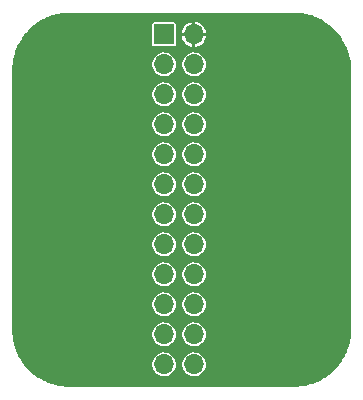
<source format=gbr>
%TF.GenerationSoftware,KiCad,Pcbnew,5.99.0-unknown-7565f60a0~106~ubuntu20.04.1*%
%TF.CreationDate,2020-12-13T15:13:57+00:00*%
%TF.ProjectId,24pin_flex_interposer,32347069-6e5f-4666-9c65-785f696e7465,rev?*%
%TF.SameCoordinates,Original*%
%TF.FileFunction,Copper,L2,Bot*%
%TF.FilePolarity,Positive*%
%FSLAX46Y46*%
G04 Gerber Fmt 4.6, Leading zero omitted, Abs format (unit mm)*
G04 Created by KiCad (PCBNEW 5.99.0-unknown-7565f60a0~106~ubuntu20.04.1) date 2020-12-13 15:13:57*
%MOMM*%
%LPD*%
G01*
G04 APERTURE LIST*
%TA.AperFunction,ComponentPad*%
%ADD10O,1.700000X1.700000*%
%TD*%
%TA.AperFunction,ComponentPad*%
%ADD11R,1.700000X1.700000*%
%TD*%
%TA.AperFunction,ViaPad*%
%ADD12C,0.600000*%
%TD*%
G04 APERTURE END LIST*
D10*
%TO.P,J2,24,Pin_24*%
%TO.N,/LCD24*%
X114540000Y-102940000D03*
%TO.P,J2,23,Pin_23*%
%TO.N,/LCD23*%
X112000000Y-102940000D03*
%TO.P,J2,22,Pin_22*%
%TO.N,/LCD22*%
X114540000Y-100400000D03*
%TO.P,J2,21,Pin_21*%
%TO.N,/LCD21*%
X112000000Y-100400000D03*
%TO.P,J2,20,Pin_20*%
%TO.N,/LCD20*%
X114540000Y-97860000D03*
%TO.P,J2,19,Pin_19*%
%TO.N,/LCD19*%
X112000000Y-97860000D03*
%TO.P,J2,18,Pin_18*%
%TO.N,/LCD18*%
X114540000Y-95320000D03*
%TO.P,J2,17,Pin_17*%
%TO.N,/LCD17*%
X112000000Y-95320000D03*
%TO.P,J2,16,Pin_16*%
%TO.N,/LCD16*%
X114540000Y-92780000D03*
%TO.P,J2,15,Pin_15*%
%TO.N,/LCD15*%
X112000000Y-92780000D03*
%TO.P,J2,14,Pin_14*%
%TO.N,/LCD14*%
X114540000Y-90240000D03*
%TO.P,J2,13,Pin_13*%
%TO.N,/LCD13*%
X112000000Y-90240000D03*
%TO.P,J2,12,Pin_12*%
%TO.N,/LCD12*%
X114540000Y-87700000D03*
%TO.P,J2,11,Pin_11*%
%TO.N,/LCD11*%
X112000000Y-87700000D03*
%TO.P,J2,10,Pin_10*%
%TO.N,/LCD10*%
X114540000Y-85160000D03*
%TO.P,J2,9,Pin_9*%
%TO.N,/LCD9*%
X112000000Y-85160000D03*
%TO.P,J2,8,Pin_8*%
%TO.N,/LCD8*%
X114540000Y-82620000D03*
%TO.P,J2,7,Pin_7*%
%TO.N,/LCD7*%
X112000000Y-82620000D03*
%TO.P,J2,6,Pin_6*%
%TO.N,/LCD6*%
X114540000Y-80080000D03*
%TO.P,J2,5,Pin_5*%
%TO.N,/LCD5*%
X112000000Y-80080000D03*
%TO.P,J2,4,Pin_4*%
%TO.N,/LCD4*%
X114540000Y-77540000D03*
%TO.P,J2,3,Pin_3*%
%TO.N,/LCD3*%
X112000000Y-77540000D03*
%TO.P,J2,2,Pin_2*%
%TO.N,/LCD2*%
X114540000Y-75000000D03*
D11*
%TO.P,J2,1,Pin_1*%
%TO.N,/LCD1*%
X112000000Y-75000000D03*
%TD*%
D12*
%TO.N,/LCD2*%
X123600010Y-82312522D03*
X117500000Y-75000000D03*
X110500000Y-75000000D03*
X121500000Y-83000000D03*
X104000000Y-82000000D03*
X104000000Y-96000000D03*
X123000000Y-96000000D03*
X126000000Y-103000000D03*
X101000000Y-103000000D03*
X101000000Y-75000000D03*
X126000000Y-75000000D03*
X110500000Y-77500000D03*
X106250000Y-82000000D03*
X106250000Y-83000000D03*
%TD*%
%TA.AperFunction,Conductor*%
%TO.N,/LCD2*%
G36*
X122972303Y-73152724D02*
G01*
X122974304Y-73153282D01*
X122975063Y-73153494D01*
X122975064Y-73153494D01*
X122979736Y-73154798D01*
X123144885Y-73156509D01*
X123147310Y-73156575D01*
X123258095Y-73161412D01*
X123261298Y-73161622D01*
X123582865Y-73189756D01*
X123586022Y-73190101D01*
X123674231Y-73201714D01*
X123678804Y-73202316D01*
X123681995Y-73202807D01*
X123999899Y-73258863D01*
X124003064Y-73259493D01*
X124067210Y-73273713D01*
X124094376Y-73279735D01*
X124097467Y-73280492D01*
X124359154Y-73350612D01*
X124409295Y-73364047D01*
X124412394Y-73364950D01*
X124425374Y-73369042D01*
X124501599Y-73393076D01*
X124504608Y-73394098D01*
X124781771Y-73494977D01*
X124808006Y-73504526D01*
X124811015Y-73505696D01*
X124897376Y-73541468D01*
X124900331Y-73542768D01*
X125192947Y-73679217D01*
X125195790Y-73680619D01*
X125278743Y-73723801D01*
X125278762Y-73723811D01*
X125281591Y-73725364D01*
X125561169Y-73886778D01*
X125563912Y-73888443D01*
X125642796Y-73938699D01*
X125645480Y-73940492D01*
X125760170Y-74020799D01*
X125909923Y-74125658D01*
X125912498Y-74127546D01*
X125986692Y-74184477D01*
X125989175Y-74186469D01*
X126128101Y-74303042D01*
X126236523Y-74394020D01*
X126238949Y-74396148D01*
X126307853Y-74459286D01*
X126310186Y-74461519D01*
X126538490Y-74689824D01*
X126540722Y-74692156D01*
X126603874Y-74761074D01*
X126605998Y-74763496D01*
X126813520Y-75010813D01*
X126815505Y-75013285D01*
X126847244Y-75054647D01*
X126872454Y-75087503D01*
X126874362Y-75090106D01*
X126971481Y-75228805D01*
X127059508Y-75354520D01*
X127059519Y-75354536D01*
X127061313Y-75357221D01*
X127111563Y-75436099D01*
X127113238Y-75438859D01*
X127222880Y-75628764D01*
X127274636Y-75718408D01*
X127274646Y-75718426D01*
X127276189Y-75721238D01*
X127319368Y-75804183D01*
X127319376Y-75804199D01*
X127320796Y-75807079D01*
X127349241Y-75868079D01*
X127457228Y-76099661D01*
X127458528Y-76102615D01*
X127494313Y-76189007D01*
X127495481Y-76192010D01*
X127605910Y-76495415D01*
X127606924Y-76498403D01*
X127635050Y-76587606D01*
X127635937Y-76590647D01*
X127706960Y-76855709D01*
X127719511Y-76902550D01*
X127720278Y-76905685D01*
X127740505Y-76996922D01*
X127741135Y-77000089D01*
X127797195Y-77318023D01*
X127797686Y-77321214D01*
X127809893Y-77413931D01*
X127810242Y-77417126D01*
X127829899Y-77641798D01*
X127838377Y-77738696D01*
X127838589Y-77741918D01*
X127843425Y-77852672D01*
X127843491Y-77855114D01*
X127845202Y-78020265D01*
X127846506Y-78024936D01*
X127846506Y-78024938D01*
X127847276Y-78027696D01*
X127850000Y-78047589D01*
X127850000Y-99952411D01*
X127847276Y-99972304D01*
X127845202Y-99979735D01*
X127843960Y-100099632D01*
X127843491Y-100144867D01*
X127843425Y-100147310D01*
X127838589Y-100258082D01*
X127838377Y-100261304D01*
X127810244Y-100582860D01*
X127809895Y-100586048D01*
X127804224Y-100629124D01*
X127797686Y-100678786D01*
X127797195Y-100681977D01*
X127741135Y-100999911D01*
X127740505Y-101003078D01*
X127720278Y-101094315D01*
X127719511Y-101097450D01*
X127717533Y-101104831D01*
X127635937Y-101409353D01*
X127635053Y-101412386D01*
X127606924Y-101501597D01*
X127605910Y-101504585D01*
X127495483Y-101807984D01*
X127494313Y-101810993D01*
X127458528Y-101897385D01*
X127457228Y-101900339D01*
X127426568Y-101966090D01*
X127344831Y-102141379D01*
X127320804Y-102192905D01*
X127319383Y-102195786D01*
X127312220Y-102209547D01*
X127276199Y-102278743D01*
X127274648Y-102281570D01*
X127273831Y-102282986D01*
X127113238Y-102561141D01*
X127111563Y-102563901D01*
X127061313Y-102642779D01*
X127059526Y-102645454D01*
X126997358Y-102734239D01*
X126874362Y-102909894D01*
X126872454Y-102912497D01*
X126852824Y-102938080D01*
X126815505Y-102986715D01*
X126813520Y-102989187D01*
X126675767Y-103153356D01*
X126606003Y-103236498D01*
X126603879Y-103238920D01*
X126564737Y-103281637D01*
X126540722Y-103307844D01*
X126538490Y-103310176D01*
X126310186Y-103538481D01*
X126307853Y-103540714D01*
X126238949Y-103603852D01*
X126236523Y-103605980D01*
X126156679Y-103672978D01*
X125989175Y-103813531D01*
X125986703Y-103815514D01*
X125912502Y-103872451D01*
X125909923Y-103874342D01*
X125810782Y-103943762D01*
X125645480Y-104059508D01*
X125642796Y-104061301D01*
X125563912Y-104111557D01*
X125561169Y-104113222D01*
X125281592Y-104274636D01*
X125278763Y-104276188D01*
X125195790Y-104319381D01*
X125192947Y-104320783D01*
X124935587Y-104440792D01*
X124900331Y-104457232D01*
X124897376Y-104458532D01*
X124811015Y-104494304D01*
X124808006Y-104495474D01*
X124504608Y-104605902D01*
X124501599Y-104606924D01*
X124425374Y-104630958D01*
X124412394Y-104635050D01*
X124409295Y-104635953D01*
X124097467Y-104719508D01*
X124094376Y-104720265D01*
X124067210Y-104726287D01*
X124003064Y-104740507D01*
X123999899Y-104741137D01*
X123681995Y-104797193D01*
X123678803Y-104797684D01*
X123586022Y-104809899D01*
X123582865Y-104810244D01*
X123261298Y-104838378D01*
X123258095Y-104838588D01*
X123147310Y-104843425D01*
X123144885Y-104843491D01*
X122979736Y-104845202D01*
X122975064Y-104846506D01*
X122975063Y-104846506D01*
X122974304Y-104846718D01*
X122972303Y-104847276D01*
X122952413Y-104850000D01*
X104047589Y-104850000D01*
X104027696Y-104847276D01*
X104024938Y-104846506D01*
X104024936Y-104846506D01*
X104020265Y-104845202D01*
X103855115Y-104843491D01*
X103852690Y-104843425D01*
X103741916Y-104838589D01*
X103738696Y-104838377D01*
X103417126Y-104810242D01*
X103413947Y-104809895D01*
X103370876Y-104804224D01*
X103321214Y-104797686D01*
X103318023Y-104797195D01*
X103065906Y-104752740D01*
X103000084Y-104741134D01*
X102996927Y-104740506D01*
X102950400Y-104730191D01*
X102905685Y-104720278D01*
X102902550Y-104719511D01*
X102855709Y-104706960D01*
X102590647Y-104635937D01*
X102587614Y-104635053D01*
X102498403Y-104606924D01*
X102495415Y-104605910D01*
X102192010Y-104495481D01*
X102189007Y-104494313D01*
X102102615Y-104458528D01*
X102099661Y-104457228D01*
X101888536Y-104358780D01*
X101807079Y-104320796D01*
X101804214Y-104319383D01*
X101721252Y-104276196D01*
X101718426Y-104274646D01*
X101438859Y-104113238D01*
X101436099Y-104111563D01*
X101357221Y-104061313D01*
X101354536Y-104059519D01*
X101354521Y-104059508D01*
X101263220Y-103995578D01*
X101090106Y-103874362D01*
X101087503Y-103872454D01*
X101043435Y-103838640D01*
X101013285Y-103815505D01*
X101010803Y-103813512D01*
X100763496Y-103605998D01*
X100761074Y-103603874D01*
X100744406Y-103588600D01*
X100692156Y-103540722D01*
X100689824Y-103538490D01*
X100461519Y-103310186D01*
X100459286Y-103307853D01*
X100396148Y-103238949D01*
X100394020Y-103236523D01*
X100300652Y-103125253D01*
X100227539Y-103038120D01*
X110999299Y-103038120D01*
X111039468Y-103237334D01*
X111040932Y-103240784D01*
X111040933Y-103240786D01*
X111070388Y-103310176D01*
X111118874Y-103424403D01*
X111234273Y-103591685D01*
X111380952Y-103732345D01*
X111384118Y-103734339D01*
X111384121Y-103734341D01*
X111549746Y-103838640D01*
X111552919Y-103840638D01*
X111556428Y-103841957D01*
X111556430Y-103841958D01*
X111713669Y-103901060D01*
X111743149Y-103912141D01*
X111943871Y-103943932D01*
X111947616Y-103943762D01*
X111947618Y-103943762D01*
X112143143Y-103934883D01*
X112146886Y-103934713D01*
X112150516Y-103933794D01*
X112150519Y-103933794D01*
X112340267Y-103885781D01*
X112340271Y-103885779D01*
X112343901Y-103884861D01*
X112526868Y-103796411D01*
X112688312Y-103672978D01*
X112803281Y-103540722D01*
X112819180Y-103522432D01*
X112819181Y-103522431D01*
X112821639Y-103519603D01*
X112921403Y-103342551D01*
X112983527Y-103149055D01*
X112995578Y-103038120D01*
X113539299Y-103038120D01*
X113579468Y-103237334D01*
X113580932Y-103240784D01*
X113580933Y-103240786D01*
X113610388Y-103310176D01*
X113658874Y-103424403D01*
X113774273Y-103591685D01*
X113920952Y-103732345D01*
X113924118Y-103734339D01*
X113924121Y-103734341D01*
X114089746Y-103838640D01*
X114092919Y-103840638D01*
X114096428Y-103841957D01*
X114096430Y-103841958D01*
X114253669Y-103901060D01*
X114283149Y-103912141D01*
X114483871Y-103943932D01*
X114487616Y-103943762D01*
X114487618Y-103943762D01*
X114683143Y-103934883D01*
X114686886Y-103934713D01*
X114690516Y-103933794D01*
X114690519Y-103933794D01*
X114880267Y-103885781D01*
X114880271Y-103885779D01*
X114883901Y-103884861D01*
X115066868Y-103796411D01*
X115228312Y-103672978D01*
X115343281Y-103540722D01*
X115359180Y-103522432D01*
X115359181Y-103522431D01*
X115361639Y-103519603D01*
X115461403Y-103342551D01*
X115523527Y-103149055D01*
X115545475Y-102947020D01*
X115545500Y-102940000D01*
X115528354Y-102771195D01*
X115525342Y-102741547D01*
X115524963Y-102737816D01*
X115495186Y-102642796D01*
X115465312Y-102547467D01*
X115465311Y-102547464D01*
X115464191Y-102543891D01*
X115365666Y-102366148D01*
X115233412Y-102211845D01*
X115230452Y-102209549D01*
X115230450Y-102209547D01*
X115075800Y-102089588D01*
X115075796Y-102089585D01*
X115072834Y-102087288D01*
X114890489Y-101997563D01*
X114693827Y-101946336D01*
X114690088Y-101946140D01*
X114494627Y-101935896D01*
X114494624Y-101935896D01*
X114490882Y-101935700D01*
X114289942Y-101966090D01*
X114286427Y-101967383D01*
X114286424Y-101967384D01*
X114102740Y-102034967D01*
X114099218Y-102036263D01*
X114096031Y-102038239D01*
X113929682Y-102141379D01*
X113929679Y-102141381D01*
X113926499Y-102143353D01*
X113778841Y-102282986D01*
X113662277Y-102449457D01*
X113581567Y-102635967D01*
X113580802Y-102639629D01*
X113580801Y-102639632D01*
X113556521Y-102755855D01*
X113540008Y-102834897D01*
X113539299Y-103038120D01*
X112995578Y-103038120D01*
X113005475Y-102947020D01*
X113005500Y-102940000D01*
X112988354Y-102771195D01*
X112985342Y-102741547D01*
X112984963Y-102737816D01*
X112955186Y-102642796D01*
X112925312Y-102547467D01*
X112925311Y-102547464D01*
X112924191Y-102543891D01*
X112825666Y-102366148D01*
X112693412Y-102211845D01*
X112690452Y-102209549D01*
X112690450Y-102209547D01*
X112535800Y-102089588D01*
X112535796Y-102089585D01*
X112532834Y-102087288D01*
X112350489Y-101997563D01*
X112153827Y-101946336D01*
X112150088Y-101946140D01*
X111954627Y-101935896D01*
X111954624Y-101935896D01*
X111950882Y-101935700D01*
X111749942Y-101966090D01*
X111746427Y-101967383D01*
X111746424Y-101967384D01*
X111562740Y-102034967D01*
X111559218Y-102036263D01*
X111556031Y-102038239D01*
X111389682Y-102141379D01*
X111389679Y-102141381D01*
X111386499Y-102143353D01*
X111238841Y-102282986D01*
X111122277Y-102449457D01*
X111041567Y-102635967D01*
X111040802Y-102639629D01*
X111040801Y-102639632D01*
X111016521Y-102755855D01*
X111000008Y-102834897D01*
X110999299Y-103038120D01*
X100227539Y-103038120D01*
X100186469Y-102989175D01*
X100184486Y-102986703D01*
X100127549Y-102912502D01*
X100125649Y-102909911D01*
X100075745Y-102838640D01*
X100021702Y-102761460D01*
X99940492Y-102645480D01*
X99938699Y-102642796D01*
X99888443Y-102563912D01*
X99886778Y-102561169D01*
X99725354Y-102281574D01*
X99723811Y-102278762D01*
X99723801Y-102278743D01*
X99680619Y-102195790D01*
X99679217Y-102192947D01*
X99542768Y-101900331D01*
X99541468Y-101897376D01*
X99505696Y-101811015D01*
X99504526Y-101808006D01*
X99494977Y-101781771D01*
X99394098Y-101504608D01*
X99393076Y-101501599D01*
X99364950Y-101412394D01*
X99364047Y-101409295D01*
X99334932Y-101300638D01*
X99280492Y-101097467D01*
X99279731Y-101094358D01*
X99279722Y-101094315D01*
X99269587Y-101048600D01*
X99259493Y-101003064D01*
X99258863Y-100999899D01*
X99202807Y-100681995D01*
X99202316Y-100678804D01*
X99201714Y-100674231D01*
X99190101Y-100586022D01*
X99189756Y-100582865D01*
X99182342Y-100498120D01*
X110999299Y-100498120D01*
X111000041Y-100501798D01*
X111038123Y-100690662D01*
X111039468Y-100697334D01*
X111118874Y-100884403D01*
X111234273Y-101051685D01*
X111380952Y-101192345D01*
X111384118Y-101194339D01*
X111384121Y-101194341D01*
X111479073Y-101254135D01*
X111552919Y-101300638D01*
X111556428Y-101301957D01*
X111556430Y-101301958D01*
X111713669Y-101361060D01*
X111743149Y-101372141D01*
X111943871Y-101403932D01*
X111947616Y-101403762D01*
X111947618Y-101403762D01*
X112143143Y-101394883D01*
X112146886Y-101394713D01*
X112150516Y-101393794D01*
X112150519Y-101393794D01*
X112340267Y-101345781D01*
X112340271Y-101345779D01*
X112343901Y-101344861D01*
X112526868Y-101256411D01*
X112688312Y-101132978D01*
X112758979Y-101051685D01*
X112819180Y-100982432D01*
X112819181Y-100982431D01*
X112821639Y-100979603D01*
X112921403Y-100802551D01*
X112983527Y-100609055D01*
X112995578Y-100498120D01*
X113539299Y-100498120D01*
X113540041Y-100501798D01*
X113578123Y-100690662D01*
X113579468Y-100697334D01*
X113658874Y-100884403D01*
X113774273Y-101051685D01*
X113920952Y-101192345D01*
X113924118Y-101194339D01*
X113924121Y-101194341D01*
X114019073Y-101254135D01*
X114092919Y-101300638D01*
X114096428Y-101301957D01*
X114096430Y-101301958D01*
X114253669Y-101361060D01*
X114283149Y-101372141D01*
X114483871Y-101403932D01*
X114487616Y-101403762D01*
X114487618Y-101403762D01*
X114683143Y-101394883D01*
X114686886Y-101394713D01*
X114690516Y-101393794D01*
X114690519Y-101393794D01*
X114880267Y-101345781D01*
X114880271Y-101345779D01*
X114883901Y-101344861D01*
X115066868Y-101256411D01*
X115228312Y-101132978D01*
X115298979Y-101051685D01*
X115359180Y-100982432D01*
X115359181Y-100982431D01*
X115361639Y-100979603D01*
X115461403Y-100802551D01*
X115523527Y-100609055D01*
X115545475Y-100407020D01*
X115545500Y-100400000D01*
X115525988Y-100207902D01*
X115525342Y-100201547D01*
X115524963Y-100197816D01*
X115517456Y-100173862D01*
X115465312Y-100007467D01*
X115465311Y-100007464D01*
X115464191Y-100003891D01*
X115365666Y-99826148D01*
X115233412Y-99671845D01*
X115230452Y-99669549D01*
X115230450Y-99669547D01*
X115075800Y-99549588D01*
X115075796Y-99549585D01*
X115072834Y-99547288D01*
X114890489Y-99457563D01*
X114693827Y-99406336D01*
X114690088Y-99406140D01*
X114494627Y-99395896D01*
X114494624Y-99395896D01*
X114490882Y-99395700D01*
X114289942Y-99426090D01*
X114286427Y-99427383D01*
X114286424Y-99427384D01*
X114102740Y-99494967D01*
X114099218Y-99496263D01*
X114096031Y-99498239D01*
X113929682Y-99601379D01*
X113929679Y-99601381D01*
X113926499Y-99603353D01*
X113778841Y-99742986D01*
X113662277Y-99909457D01*
X113581567Y-100095967D01*
X113580802Y-100099629D01*
X113580801Y-100099632D01*
X113558182Y-100207902D01*
X113540008Y-100294897D01*
X113539299Y-100498120D01*
X112995578Y-100498120D01*
X113005475Y-100407020D01*
X113005500Y-100400000D01*
X112985988Y-100207902D01*
X112985342Y-100201547D01*
X112984963Y-100197816D01*
X112977456Y-100173862D01*
X112925312Y-100007467D01*
X112925311Y-100007464D01*
X112924191Y-100003891D01*
X112825666Y-99826148D01*
X112693412Y-99671845D01*
X112690452Y-99669549D01*
X112690450Y-99669547D01*
X112535800Y-99549588D01*
X112535796Y-99549585D01*
X112532834Y-99547288D01*
X112350489Y-99457563D01*
X112153827Y-99406336D01*
X112150088Y-99406140D01*
X111954627Y-99395896D01*
X111954624Y-99395896D01*
X111950882Y-99395700D01*
X111749942Y-99426090D01*
X111746427Y-99427383D01*
X111746424Y-99427384D01*
X111562740Y-99494967D01*
X111559218Y-99496263D01*
X111556031Y-99498239D01*
X111389682Y-99601379D01*
X111389679Y-99601381D01*
X111386499Y-99603353D01*
X111238841Y-99742986D01*
X111122277Y-99909457D01*
X111041567Y-100095967D01*
X111040802Y-100099629D01*
X111040801Y-100099632D01*
X111018182Y-100207902D01*
X111000008Y-100294897D01*
X110999299Y-100498120D01*
X99182342Y-100498120D01*
X99161622Y-100261298D01*
X99161411Y-100258086D01*
X99161411Y-100258082D01*
X99156575Y-100147310D01*
X99156509Y-100144867D01*
X99156041Y-100099632D01*
X99154798Y-99979736D01*
X99152724Y-99972303D01*
X99150000Y-99952413D01*
X99150000Y-97958120D01*
X110999299Y-97958120D01*
X111039468Y-98157334D01*
X111118874Y-98344403D01*
X111234273Y-98511685D01*
X111380952Y-98652345D01*
X111384118Y-98654339D01*
X111384121Y-98654341D01*
X111479073Y-98714135D01*
X111552919Y-98760638D01*
X111556428Y-98761957D01*
X111556430Y-98761958D01*
X111713669Y-98821060D01*
X111743149Y-98832141D01*
X111943871Y-98863932D01*
X111947616Y-98863762D01*
X111947618Y-98863762D01*
X112143143Y-98854883D01*
X112146886Y-98854713D01*
X112150516Y-98853794D01*
X112150519Y-98853794D01*
X112340267Y-98805781D01*
X112340271Y-98805779D01*
X112343901Y-98804861D01*
X112526868Y-98716411D01*
X112688312Y-98592978D01*
X112821639Y-98439603D01*
X112921403Y-98262551D01*
X112983527Y-98069055D01*
X112995578Y-97958120D01*
X113539299Y-97958120D01*
X113579468Y-98157334D01*
X113658874Y-98344403D01*
X113774273Y-98511685D01*
X113920952Y-98652345D01*
X113924118Y-98654339D01*
X113924121Y-98654341D01*
X114019073Y-98714135D01*
X114092919Y-98760638D01*
X114096428Y-98761957D01*
X114096430Y-98761958D01*
X114253669Y-98821060D01*
X114283149Y-98832141D01*
X114483871Y-98863932D01*
X114487616Y-98863762D01*
X114487618Y-98863762D01*
X114683143Y-98854883D01*
X114686886Y-98854713D01*
X114690516Y-98853794D01*
X114690519Y-98853794D01*
X114880267Y-98805781D01*
X114880271Y-98805779D01*
X114883901Y-98804861D01*
X115066868Y-98716411D01*
X115228312Y-98592978D01*
X115361639Y-98439603D01*
X115461403Y-98262551D01*
X115523527Y-98069055D01*
X115545475Y-97867020D01*
X115545500Y-97860000D01*
X115524963Y-97657816D01*
X115464191Y-97463891D01*
X115365666Y-97286148D01*
X115233412Y-97131845D01*
X115230452Y-97129549D01*
X115230450Y-97129547D01*
X115075800Y-97009588D01*
X115075796Y-97009585D01*
X115072834Y-97007288D01*
X114890489Y-96917563D01*
X114693827Y-96866336D01*
X114690088Y-96866140D01*
X114494627Y-96855896D01*
X114494624Y-96855896D01*
X114490882Y-96855700D01*
X114289942Y-96886090D01*
X114286427Y-96887383D01*
X114286424Y-96887384D01*
X114102740Y-96954967D01*
X114099218Y-96956263D01*
X114096031Y-96958239D01*
X113929682Y-97061379D01*
X113929679Y-97061381D01*
X113926499Y-97063353D01*
X113778841Y-97202986D01*
X113662277Y-97369457D01*
X113581567Y-97555967D01*
X113540008Y-97754897D01*
X113539299Y-97958120D01*
X112995578Y-97958120D01*
X113005475Y-97867020D01*
X113005500Y-97860000D01*
X112984963Y-97657816D01*
X112924191Y-97463891D01*
X112825666Y-97286148D01*
X112693412Y-97131845D01*
X112690452Y-97129549D01*
X112690450Y-97129547D01*
X112535800Y-97009588D01*
X112535796Y-97009585D01*
X112532834Y-97007288D01*
X112350489Y-96917563D01*
X112153827Y-96866336D01*
X112150088Y-96866140D01*
X111954627Y-96855896D01*
X111954624Y-96855896D01*
X111950882Y-96855700D01*
X111749942Y-96886090D01*
X111746427Y-96887383D01*
X111746424Y-96887384D01*
X111562740Y-96954967D01*
X111559218Y-96956263D01*
X111556031Y-96958239D01*
X111389682Y-97061379D01*
X111389679Y-97061381D01*
X111386499Y-97063353D01*
X111238841Y-97202986D01*
X111122277Y-97369457D01*
X111041567Y-97555967D01*
X111000008Y-97754897D01*
X110999299Y-97958120D01*
X99150000Y-97958120D01*
X99150000Y-95418120D01*
X110999299Y-95418120D01*
X111039468Y-95617334D01*
X111118874Y-95804403D01*
X111234273Y-95971685D01*
X111380952Y-96112345D01*
X111384118Y-96114339D01*
X111384121Y-96114341D01*
X111479073Y-96174135D01*
X111552919Y-96220638D01*
X111556428Y-96221957D01*
X111556430Y-96221958D01*
X111713669Y-96281060D01*
X111743149Y-96292141D01*
X111943871Y-96323932D01*
X111947616Y-96323762D01*
X111947618Y-96323762D01*
X112143143Y-96314883D01*
X112146886Y-96314713D01*
X112150516Y-96313794D01*
X112150519Y-96313794D01*
X112340267Y-96265781D01*
X112340271Y-96265779D01*
X112343901Y-96264861D01*
X112526868Y-96176411D01*
X112688312Y-96052978D01*
X112821639Y-95899603D01*
X112921403Y-95722551D01*
X112983527Y-95529055D01*
X112995578Y-95418120D01*
X113539299Y-95418120D01*
X113579468Y-95617334D01*
X113658874Y-95804403D01*
X113774273Y-95971685D01*
X113920952Y-96112345D01*
X113924118Y-96114339D01*
X113924121Y-96114341D01*
X114019073Y-96174135D01*
X114092919Y-96220638D01*
X114096428Y-96221957D01*
X114096430Y-96221958D01*
X114253669Y-96281060D01*
X114283149Y-96292141D01*
X114483871Y-96323932D01*
X114487616Y-96323762D01*
X114487618Y-96323762D01*
X114683143Y-96314883D01*
X114686886Y-96314713D01*
X114690516Y-96313794D01*
X114690519Y-96313794D01*
X114880267Y-96265781D01*
X114880271Y-96265779D01*
X114883901Y-96264861D01*
X115066868Y-96176411D01*
X115228312Y-96052978D01*
X115361639Y-95899603D01*
X115461403Y-95722551D01*
X115523527Y-95529055D01*
X115545475Y-95327020D01*
X115545500Y-95320000D01*
X115524963Y-95117816D01*
X115464191Y-94923891D01*
X115365666Y-94746148D01*
X115233412Y-94591845D01*
X115230452Y-94589549D01*
X115230450Y-94589547D01*
X115075800Y-94469588D01*
X115075796Y-94469585D01*
X115072834Y-94467288D01*
X114890489Y-94377563D01*
X114693827Y-94326336D01*
X114690088Y-94326140D01*
X114494627Y-94315896D01*
X114494624Y-94315896D01*
X114490882Y-94315700D01*
X114289942Y-94346090D01*
X114286427Y-94347383D01*
X114286424Y-94347384D01*
X114102740Y-94414967D01*
X114099218Y-94416263D01*
X114096031Y-94418239D01*
X113929682Y-94521379D01*
X113929679Y-94521381D01*
X113926499Y-94523353D01*
X113778841Y-94662986D01*
X113662277Y-94829457D01*
X113581567Y-95015967D01*
X113540008Y-95214897D01*
X113539299Y-95418120D01*
X112995578Y-95418120D01*
X113005475Y-95327020D01*
X113005500Y-95320000D01*
X112984963Y-95117816D01*
X112924191Y-94923891D01*
X112825666Y-94746148D01*
X112693412Y-94591845D01*
X112690452Y-94589549D01*
X112690450Y-94589547D01*
X112535800Y-94469588D01*
X112535796Y-94469585D01*
X112532834Y-94467288D01*
X112350489Y-94377563D01*
X112153827Y-94326336D01*
X112150088Y-94326140D01*
X111954627Y-94315896D01*
X111954624Y-94315896D01*
X111950882Y-94315700D01*
X111749942Y-94346090D01*
X111746427Y-94347383D01*
X111746424Y-94347384D01*
X111562740Y-94414967D01*
X111559218Y-94416263D01*
X111556031Y-94418239D01*
X111389682Y-94521379D01*
X111389679Y-94521381D01*
X111386499Y-94523353D01*
X111238841Y-94662986D01*
X111122277Y-94829457D01*
X111041567Y-95015967D01*
X111000008Y-95214897D01*
X110999299Y-95418120D01*
X99150000Y-95418120D01*
X99150000Y-92878120D01*
X110999299Y-92878120D01*
X111039468Y-93077334D01*
X111118874Y-93264403D01*
X111234273Y-93431685D01*
X111380952Y-93572345D01*
X111384118Y-93574339D01*
X111384121Y-93574341D01*
X111479073Y-93634135D01*
X111552919Y-93680638D01*
X111556428Y-93681957D01*
X111556430Y-93681958D01*
X111713669Y-93741060D01*
X111743149Y-93752141D01*
X111943871Y-93783932D01*
X111947616Y-93783762D01*
X111947618Y-93783762D01*
X112143143Y-93774883D01*
X112146886Y-93774713D01*
X112150516Y-93773794D01*
X112150519Y-93773794D01*
X112340267Y-93725781D01*
X112340271Y-93725779D01*
X112343901Y-93724861D01*
X112526868Y-93636411D01*
X112688312Y-93512978D01*
X112821639Y-93359603D01*
X112921403Y-93182551D01*
X112983527Y-92989055D01*
X112995578Y-92878120D01*
X113539299Y-92878120D01*
X113579468Y-93077334D01*
X113658874Y-93264403D01*
X113774273Y-93431685D01*
X113920952Y-93572345D01*
X113924118Y-93574339D01*
X113924121Y-93574341D01*
X114019073Y-93634135D01*
X114092919Y-93680638D01*
X114096428Y-93681957D01*
X114096430Y-93681958D01*
X114253669Y-93741060D01*
X114283149Y-93752141D01*
X114483871Y-93783932D01*
X114487616Y-93783762D01*
X114487618Y-93783762D01*
X114683143Y-93774883D01*
X114686886Y-93774713D01*
X114690516Y-93773794D01*
X114690519Y-93773794D01*
X114880267Y-93725781D01*
X114880271Y-93725779D01*
X114883901Y-93724861D01*
X115066868Y-93636411D01*
X115228312Y-93512978D01*
X115361639Y-93359603D01*
X115461403Y-93182551D01*
X115523527Y-92989055D01*
X115545475Y-92787020D01*
X115545500Y-92780000D01*
X115524963Y-92577816D01*
X115464191Y-92383891D01*
X115365666Y-92206148D01*
X115233412Y-92051845D01*
X115230452Y-92049549D01*
X115230450Y-92049547D01*
X115075800Y-91929588D01*
X115075796Y-91929585D01*
X115072834Y-91927288D01*
X114890489Y-91837563D01*
X114693827Y-91786336D01*
X114690088Y-91786140D01*
X114494627Y-91775896D01*
X114494624Y-91775896D01*
X114490882Y-91775700D01*
X114289942Y-91806090D01*
X114286427Y-91807383D01*
X114286424Y-91807384D01*
X114102740Y-91874967D01*
X114099218Y-91876263D01*
X114096031Y-91878239D01*
X113929682Y-91981379D01*
X113929679Y-91981381D01*
X113926499Y-91983353D01*
X113778841Y-92122986D01*
X113662277Y-92289457D01*
X113581567Y-92475967D01*
X113540008Y-92674897D01*
X113539299Y-92878120D01*
X112995578Y-92878120D01*
X113005475Y-92787020D01*
X113005500Y-92780000D01*
X112984963Y-92577816D01*
X112924191Y-92383891D01*
X112825666Y-92206148D01*
X112693412Y-92051845D01*
X112690452Y-92049549D01*
X112690450Y-92049547D01*
X112535800Y-91929588D01*
X112535796Y-91929585D01*
X112532834Y-91927288D01*
X112350489Y-91837563D01*
X112153827Y-91786336D01*
X112150088Y-91786140D01*
X111954627Y-91775896D01*
X111954624Y-91775896D01*
X111950882Y-91775700D01*
X111749942Y-91806090D01*
X111746427Y-91807383D01*
X111746424Y-91807384D01*
X111562740Y-91874967D01*
X111559218Y-91876263D01*
X111556031Y-91878239D01*
X111389682Y-91981379D01*
X111389679Y-91981381D01*
X111386499Y-91983353D01*
X111238841Y-92122986D01*
X111122277Y-92289457D01*
X111041567Y-92475967D01*
X111000008Y-92674897D01*
X110999299Y-92878120D01*
X99150000Y-92878120D01*
X99150000Y-90338120D01*
X110999299Y-90338120D01*
X111039468Y-90537334D01*
X111118874Y-90724403D01*
X111234273Y-90891685D01*
X111380952Y-91032345D01*
X111384118Y-91034339D01*
X111384121Y-91034341D01*
X111479073Y-91094135D01*
X111552919Y-91140638D01*
X111556428Y-91141957D01*
X111556430Y-91141958D01*
X111713669Y-91201060D01*
X111743149Y-91212141D01*
X111943871Y-91243932D01*
X111947616Y-91243762D01*
X111947618Y-91243762D01*
X112143143Y-91234883D01*
X112146886Y-91234713D01*
X112150516Y-91233794D01*
X112150519Y-91233794D01*
X112340267Y-91185781D01*
X112340271Y-91185779D01*
X112343901Y-91184861D01*
X112526868Y-91096411D01*
X112688312Y-90972978D01*
X112821639Y-90819603D01*
X112921403Y-90642551D01*
X112983527Y-90449055D01*
X112995578Y-90338120D01*
X113539299Y-90338120D01*
X113579468Y-90537334D01*
X113658874Y-90724403D01*
X113774273Y-90891685D01*
X113920952Y-91032345D01*
X113924118Y-91034339D01*
X113924121Y-91034341D01*
X114019073Y-91094135D01*
X114092919Y-91140638D01*
X114096428Y-91141957D01*
X114096430Y-91141958D01*
X114253669Y-91201060D01*
X114283149Y-91212141D01*
X114483871Y-91243932D01*
X114487616Y-91243762D01*
X114487618Y-91243762D01*
X114683143Y-91234883D01*
X114686886Y-91234713D01*
X114690516Y-91233794D01*
X114690519Y-91233794D01*
X114880267Y-91185781D01*
X114880271Y-91185779D01*
X114883901Y-91184861D01*
X115066868Y-91096411D01*
X115228312Y-90972978D01*
X115361639Y-90819603D01*
X115461403Y-90642551D01*
X115523527Y-90449055D01*
X115545475Y-90247020D01*
X115545500Y-90240000D01*
X115524963Y-90037816D01*
X115464191Y-89843891D01*
X115365666Y-89666148D01*
X115233412Y-89511845D01*
X115230452Y-89509549D01*
X115230450Y-89509547D01*
X115075800Y-89389588D01*
X115075796Y-89389585D01*
X115072834Y-89387288D01*
X114890489Y-89297563D01*
X114693827Y-89246336D01*
X114690088Y-89246140D01*
X114494627Y-89235896D01*
X114494624Y-89235896D01*
X114490882Y-89235700D01*
X114289942Y-89266090D01*
X114286427Y-89267383D01*
X114286424Y-89267384D01*
X114102740Y-89334967D01*
X114099218Y-89336263D01*
X114096031Y-89338239D01*
X113929682Y-89441379D01*
X113929679Y-89441381D01*
X113926499Y-89443353D01*
X113778841Y-89582986D01*
X113662277Y-89749457D01*
X113581567Y-89935967D01*
X113540008Y-90134897D01*
X113539299Y-90338120D01*
X112995578Y-90338120D01*
X113005475Y-90247020D01*
X113005500Y-90240000D01*
X112984963Y-90037816D01*
X112924191Y-89843891D01*
X112825666Y-89666148D01*
X112693412Y-89511845D01*
X112690452Y-89509549D01*
X112690450Y-89509547D01*
X112535800Y-89389588D01*
X112535796Y-89389585D01*
X112532834Y-89387288D01*
X112350489Y-89297563D01*
X112153827Y-89246336D01*
X112150088Y-89246140D01*
X111954627Y-89235896D01*
X111954624Y-89235896D01*
X111950882Y-89235700D01*
X111749942Y-89266090D01*
X111746427Y-89267383D01*
X111746424Y-89267384D01*
X111562740Y-89334967D01*
X111559218Y-89336263D01*
X111556031Y-89338239D01*
X111389682Y-89441379D01*
X111389679Y-89441381D01*
X111386499Y-89443353D01*
X111238841Y-89582986D01*
X111122277Y-89749457D01*
X111041567Y-89935967D01*
X111000008Y-90134897D01*
X110999299Y-90338120D01*
X99150000Y-90338120D01*
X99150000Y-87798120D01*
X110999299Y-87798120D01*
X111039468Y-87997334D01*
X111118874Y-88184403D01*
X111234273Y-88351685D01*
X111380952Y-88492345D01*
X111384118Y-88494339D01*
X111384121Y-88494341D01*
X111479073Y-88554135D01*
X111552919Y-88600638D01*
X111556428Y-88601957D01*
X111556430Y-88601958D01*
X111713669Y-88661060D01*
X111743149Y-88672141D01*
X111943871Y-88703932D01*
X111947616Y-88703762D01*
X111947618Y-88703762D01*
X112143143Y-88694883D01*
X112146886Y-88694713D01*
X112150516Y-88693794D01*
X112150519Y-88693794D01*
X112340267Y-88645781D01*
X112340271Y-88645779D01*
X112343901Y-88644861D01*
X112526868Y-88556411D01*
X112688312Y-88432978D01*
X112821639Y-88279603D01*
X112921403Y-88102551D01*
X112983527Y-87909055D01*
X112995578Y-87798120D01*
X113539299Y-87798120D01*
X113579468Y-87997334D01*
X113658874Y-88184403D01*
X113774273Y-88351685D01*
X113920952Y-88492345D01*
X113924118Y-88494339D01*
X113924121Y-88494341D01*
X114019073Y-88554135D01*
X114092919Y-88600638D01*
X114096428Y-88601957D01*
X114096430Y-88601958D01*
X114253669Y-88661060D01*
X114283149Y-88672141D01*
X114483871Y-88703932D01*
X114487616Y-88703762D01*
X114487618Y-88703762D01*
X114683143Y-88694883D01*
X114686886Y-88694713D01*
X114690516Y-88693794D01*
X114690519Y-88693794D01*
X114880267Y-88645781D01*
X114880271Y-88645779D01*
X114883901Y-88644861D01*
X115066868Y-88556411D01*
X115228312Y-88432978D01*
X115361639Y-88279603D01*
X115461403Y-88102551D01*
X115523527Y-87909055D01*
X115545475Y-87707020D01*
X115545500Y-87700000D01*
X115524963Y-87497816D01*
X115464191Y-87303891D01*
X115365666Y-87126148D01*
X115233412Y-86971845D01*
X115230452Y-86969549D01*
X115230450Y-86969547D01*
X115075800Y-86849588D01*
X115075796Y-86849585D01*
X115072834Y-86847288D01*
X114890489Y-86757563D01*
X114693827Y-86706336D01*
X114690088Y-86706140D01*
X114494627Y-86695896D01*
X114494624Y-86695896D01*
X114490882Y-86695700D01*
X114289942Y-86726090D01*
X114286427Y-86727383D01*
X114286424Y-86727384D01*
X114102740Y-86794967D01*
X114099218Y-86796263D01*
X114096031Y-86798239D01*
X113929682Y-86901379D01*
X113929679Y-86901381D01*
X113926499Y-86903353D01*
X113778841Y-87042986D01*
X113662277Y-87209457D01*
X113581567Y-87395967D01*
X113540008Y-87594897D01*
X113539299Y-87798120D01*
X112995578Y-87798120D01*
X113005475Y-87707020D01*
X113005500Y-87700000D01*
X112984963Y-87497816D01*
X112924191Y-87303891D01*
X112825666Y-87126148D01*
X112693412Y-86971845D01*
X112690452Y-86969549D01*
X112690450Y-86969547D01*
X112535800Y-86849588D01*
X112535796Y-86849585D01*
X112532834Y-86847288D01*
X112350489Y-86757563D01*
X112153827Y-86706336D01*
X112150088Y-86706140D01*
X111954627Y-86695896D01*
X111954624Y-86695896D01*
X111950882Y-86695700D01*
X111749942Y-86726090D01*
X111746427Y-86727383D01*
X111746424Y-86727384D01*
X111562740Y-86794967D01*
X111559218Y-86796263D01*
X111556031Y-86798239D01*
X111389682Y-86901379D01*
X111389679Y-86901381D01*
X111386499Y-86903353D01*
X111238841Y-87042986D01*
X111122277Y-87209457D01*
X111041567Y-87395967D01*
X111000008Y-87594897D01*
X110999299Y-87798120D01*
X99150000Y-87798120D01*
X99150000Y-85258120D01*
X110999299Y-85258120D01*
X111039468Y-85457334D01*
X111118874Y-85644403D01*
X111234273Y-85811685D01*
X111380952Y-85952345D01*
X111384118Y-85954339D01*
X111384121Y-85954341D01*
X111479073Y-86014135D01*
X111552919Y-86060638D01*
X111556428Y-86061957D01*
X111556430Y-86061958D01*
X111713669Y-86121060D01*
X111743149Y-86132141D01*
X111943871Y-86163932D01*
X111947616Y-86163762D01*
X111947618Y-86163762D01*
X112143143Y-86154883D01*
X112146886Y-86154713D01*
X112150516Y-86153794D01*
X112150519Y-86153794D01*
X112340267Y-86105781D01*
X112340271Y-86105779D01*
X112343901Y-86104861D01*
X112526868Y-86016411D01*
X112688312Y-85892978D01*
X112821639Y-85739603D01*
X112921403Y-85562551D01*
X112983527Y-85369055D01*
X112995578Y-85258120D01*
X113539299Y-85258120D01*
X113579468Y-85457334D01*
X113658874Y-85644403D01*
X113774273Y-85811685D01*
X113920952Y-85952345D01*
X113924118Y-85954339D01*
X113924121Y-85954341D01*
X114019073Y-86014135D01*
X114092919Y-86060638D01*
X114096428Y-86061957D01*
X114096430Y-86061958D01*
X114253669Y-86121060D01*
X114283149Y-86132141D01*
X114483871Y-86163932D01*
X114487616Y-86163762D01*
X114487618Y-86163762D01*
X114683143Y-86154883D01*
X114686886Y-86154713D01*
X114690516Y-86153794D01*
X114690519Y-86153794D01*
X114880267Y-86105781D01*
X114880271Y-86105779D01*
X114883901Y-86104861D01*
X115066868Y-86016411D01*
X115228312Y-85892978D01*
X115361639Y-85739603D01*
X115461403Y-85562551D01*
X115523527Y-85369055D01*
X115545475Y-85167020D01*
X115545500Y-85160000D01*
X115524963Y-84957816D01*
X115464191Y-84763891D01*
X115365666Y-84586148D01*
X115233412Y-84431845D01*
X115230452Y-84429549D01*
X115230450Y-84429547D01*
X115075800Y-84309588D01*
X115075796Y-84309585D01*
X115072834Y-84307288D01*
X114890489Y-84217563D01*
X114693827Y-84166336D01*
X114690088Y-84166140D01*
X114494627Y-84155896D01*
X114494624Y-84155896D01*
X114490882Y-84155700D01*
X114289942Y-84186090D01*
X114286427Y-84187383D01*
X114286424Y-84187384D01*
X114102740Y-84254967D01*
X114099218Y-84256263D01*
X114096031Y-84258239D01*
X113929682Y-84361379D01*
X113929679Y-84361381D01*
X113926499Y-84363353D01*
X113778841Y-84502986D01*
X113662277Y-84669457D01*
X113581567Y-84855967D01*
X113540008Y-85054897D01*
X113539299Y-85258120D01*
X112995578Y-85258120D01*
X113005475Y-85167020D01*
X113005500Y-85160000D01*
X112984963Y-84957816D01*
X112924191Y-84763891D01*
X112825666Y-84586148D01*
X112693412Y-84431845D01*
X112690452Y-84429549D01*
X112690450Y-84429547D01*
X112535800Y-84309588D01*
X112535796Y-84309585D01*
X112532834Y-84307288D01*
X112350489Y-84217563D01*
X112153827Y-84166336D01*
X112150088Y-84166140D01*
X111954627Y-84155896D01*
X111954624Y-84155896D01*
X111950882Y-84155700D01*
X111749942Y-84186090D01*
X111746427Y-84187383D01*
X111746424Y-84187384D01*
X111562740Y-84254967D01*
X111559218Y-84256263D01*
X111556031Y-84258239D01*
X111389682Y-84361379D01*
X111389679Y-84361381D01*
X111386499Y-84363353D01*
X111238841Y-84502986D01*
X111122277Y-84669457D01*
X111041567Y-84855967D01*
X111000008Y-85054897D01*
X110999299Y-85258120D01*
X99150000Y-85258120D01*
X99150000Y-82718120D01*
X110999299Y-82718120D01*
X111039468Y-82917334D01*
X111118874Y-83104403D01*
X111234273Y-83271685D01*
X111380952Y-83412345D01*
X111384118Y-83414339D01*
X111384121Y-83414341D01*
X111479073Y-83474135D01*
X111552919Y-83520638D01*
X111556428Y-83521957D01*
X111556430Y-83521958D01*
X111713669Y-83581060D01*
X111743149Y-83592141D01*
X111943871Y-83623932D01*
X111947616Y-83623762D01*
X111947618Y-83623762D01*
X112143143Y-83614883D01*
X112146886Y-83614713D01*
X112150516Y-83613794D01*
X112150519Y-83613794D01*
X112340267Y-83565781D01*
X112340271Y-83565779D01*
X112343901Y-83564861D01*
X112526868Y-83476411D01*
X112688312Y-83352978D01*
X112821639Y-83199603D01*
X112921403Y-83022551D01*
X112983527Y-82829055D01*
X112995578Y-82718120D01*
X113539299Y-82718120D01*
X113579468Y-82917334D01*
X113658874Y-83104403D01*
X113774273Y-83271685D01*
X113920952Y-83412345D01*
X113924118Y-83414339D01*
X113924121Y-83414341D01*
X114019073Y-83474135D01*
X114092919Y-83520638D01*
X114096428Y-83521957D01*
X114096430Y-83521958D01*
X114253669Y-83581060D01*
X114283149Y-83592141D01*
X114483871Y-83623932D01*
X114487616Y-83623762D01*
X114487618Y-83623762D01*
X114683143Y-83614883D01*
X114686886Y-83614713D01*
X114690516Y-83613794D01*
X114690519Y-83613794D01*
X114880267Y-83565781D01*
X114880271Y-83565779D01*
X114883901Y-83564861D01*
X115066868Y-83476411D01*
X115228312Y-83352978D01*
X115361639Y-83199603D01*
X115461403Y-83022551D01*
X115523527Y-82829055D01*
X115545475Y-82627020D01*
X115545500Y-82620000D01*
X115524963Y-82417816D01*
X115464191Y-82223891D01*
X115365666Y-82046148D01*
X115233412Y-81891845D01*
X115230452Y-81889549D01*
X115230450Y-81889547D01*
X115075800Y-81769588D01*
X115075796Y-81769585D01*
X115072834Y-81767288D01*
X114890489Y-81677563D01*
X114693827Y-81626336D01*
X114690088Y-81626140D01*
X114494627Y-81615896D01*
X114494624Y-81615896D01*
X114490882Y-81615700D01*
X114289942Y-81646090D01*
X114286427Y-81647383D01*
X114286424Y-81647384D01*
X114102740Y-81714967D01*
X114099218Y-81716263D01*
X114096031Y-81718239D01*
X113929682Y-81821379D01*
X113929679Y-81821381D01*
X113926499Y-81823353D01*
X113778841Y-81962986D01*
X113662277Y-82129457D01*
X113581567Y-82315967D01*
X113540008Y-82514897D01*
X113539299Y-82718120D01*
X112995578Y-82718120D01*
X113005475Y-82627020D01*
X113005500Y-82620000D01*
X112984963Y-82417816D01*
X112924191Y-82223891D01*
X112825666Y-82046148D01*
X112693412Y-81891845D01*
X112690452Y-81889549D01*
X112690450Y-81889547D01*
X112535800Y-81769588D01*
X112535796Y-81769585D01*
X112532834Y-81767288D01*
X112350489Y-81677563D01*
X112153827Y-81626336D01*
X112150088Y-81626140D01*
X111954627Y-81615896D01*
X111954624Y-81615896D01*
X111950882Y-81615700D01*
X111749942Y-81646090D01*
X111746427Y-81647383D01*
X111746424Y-81647384D01*
X111562740Y-81714967D01*
X111559218Y-81716263D01*
X111556031Y-81718239D01*
X111389682Y-81821379D01*
X111389679Y-81821381D01*
X111386499Y-81823353D01*
X111238841Y-81962986D01*
X111122277Y-82129457D01*
X111041567Y-82315967D01*
X111000008Y-82514897D01*
X110999299Y-82718120D01*
X99150000Y-82718120D01*
X99150000Y-80178120D01*
X110999299Y-80178120D01*
X111039468Y-80377334D01*
X111118874Y-80564403D01*
X111234273Y-80731685D01*
X111380952Y-80872345D01*
X111384118Y-80874339D01*
X111384121Y-80874341D01*
X111479073Y-80934135D01*
X111552919Y-80980638D01*
X111556428Y-80981957D01*
X111556430Y-80981958D01*
X111713669Y-81041060D01*
X111743149Y-81052141D01*
X111943871Y-81083932D01*
X111947616Y-81083762D01*
X111947618Y-81083762D01*
X112143143Y-81074883D01*
X112146886Y-81074713D01*
X112150516Y-81073794D01*
X112150519Y-81073794D01*
X112340267Y-81025781D01*
X112340271Y-81025779D01*
X112343901Y-81024861D01*
X112526868Y-80936411D01*
X112688312Y-80812978D01*
X112821639Y-80659603D01*
X112921403Y-80482551D01*
X112983527Y-80289055D01*
X112995578Y-80178120D01*
X113539299Y-80178120D01*
X113579468Y-80377334D01*
X113658874Y-80564403D01*
X113774273Y-80731685D01*
X113920952Y-80872345D01*
X113924118Y-80874339D01*
X113924121Y-80874341D01*
X114019073Y-80934135D01*
X114092919Y-80980638D01*
X114096428Y-80981957D01*
X114096430Y-80981958D01*
X114253669Y-81041060D01*
X114283149Y-81052141D01*
X114483871Y-81083932D01*
X114487616Y-81083762D01*
X114487618Y-81083762D01*
X114683143Y-81074883D01*
X114686886Y-81074713D01*
X114690516Y-81073794D01*
X114690519Y-81073794D01*
X114880267Y-81025781D01*
X114880271Y-81025779D01*
X114883901Y-81024861D01*
X115066868Y-80936411D01*
X115228312Y-80812978D01*
X115361639Y-80659603D01*
X115461403Y-80482551D01*
X115523527Y-80289055D01*
X115545475Y-80087020D01*
X115545500Y-80080000D01*
X115524963Y-79877816D01*
X115464191Y-79683891D01*
X115365666Y-79506148D01*
X115233412Y-79351845D01*
X115230452Y-79349549D01*
X115230450Y-79349547D01*
X115075800Y-79229588D01*
X115075796Y-79229585D01*
X115072834Y-79227288D01*
X114890489Y-79137563D01*
X114693827Y-79086336D01*
X114690088Y-79086140D01*
X114494627Y-79075896D01*
X114494624Y-79075896D01*
X114490882Y-79075700D01*
X114289942Y-79106090D01*
X114286427Y-79107383D01*
X114286424Y-79107384D01*
X114102740Y-79174967D01*
X114099218Y-79176263D01*
X114096031Y-79178239D01*
X113929682Y-79281379D01*
X113929679Y-79281381D01*
X113926499Y-79283353D01*
X113778841Y-79422986D01*
X113662277Y-79589457D01*
X113581567Y-79775967D01*
X113540008Y-79974897D01*
X113539299Y-80178120D01*
X112995578Y-80178120D01*
X113005475Y-80087020D01*
X113005500Y-80080000D01*
X112984963Y-79877816D01*
X112924191Y-79683891D01*
X112825666Y-79506148D01*
X112693412Y-79351845D01*
X112690452Y-79349549D01*
X112690450Y-79349547D01*
X112535800Y-79229588D01*
X112535796Y-79229585D01*
X112532834Y-79227288D01*
X112350489Y-79137563D01*
X112153827Y-79086336D01*
X112150088Y-79086140D01*
X111954627Y-79075896D01*
X111954624Y-79075896D01*
X111950882Y-79075700D01*
X111749942Y-79106090D01*
X111746427Y-79107383D01*
X111746424Y-79107384D01*
X111562740Y-79174967D01*
X111559218Y-79176263D01*
X111556031Y-79178239D01*
X111389682Y-79281379D01*
X111389679Y-79281381D01*
X111386499Y-79283353D01*
X111238841Y-79422986D01*
X111122277Y-79589457D01*
X111041567Y-79775967D01*
X111000008Y-79974897D01*
X110999299Y-80178120D01*
X99150000Y-80178120D01*
X99150000Y-78047587D01*
X99152724Y-78027694D01*
X99153494Y-78024937D01*
X99153494Y-78024936D01*
X99154798Y-78020264D01*
X99156509Y-77855115D01*
X99156575Y-77852672D01*
X99161411Y-77741914D01*
X99161623Y-77738693D01*
X99170421Y-77638120D01*
X110999299Y-77638120D01*
X111039468Y-77837334D01*
X111040932Y-77840784D01*
X111040933Y-77840786D01*
X111117118Y-78020265D01*
X111118874Y-78024403D01*
X111234273Y-78191685D01*
X111380952Y-78332345D01*
X111384118Y-78334339D01*
X111384121Y-78334341D01*
X111479073Y-78394135D01*
X111552919Y-78440638D01*
X111556428Y-78441957D01*
X111556430Y-78441958D01*
X111713669Y-78501060D01*
X111743149Y-78512141D01*
X111943871Y-78543932D01*
X111947616Y-78543762D01*
X111947618Y-78543762D01*
X112143143Y-78534883D01*
X112146886Y-78534713D01*
X112150516Y-78533794D01*
X112150519Y-78533794D01*
X112340267Y-78485781D01*
X112340271Y-78485779D01*
X112343901Y-78484861D01*
X112526868Y-78396411D01*
X112688312Y-78272978D01*
X112821639Y-78119603D01*
X112880347Y-78015414D01*
X112919563Y-77945817D01*
X112919564Y-77945815D01*
X112921403Y-77942551D01*
X112983527Y-77749055D01*
X112995578Y-77638120D01*
X113539299Y-77638120D01*
X113579468Y-77837334D01*
X113580932Y-77840784D01*
X113580933Y-77840786D01*
X113657118Y-78020265D01*
X113658874Y-78024403D01*
X113774273Y-78191685D01*
X113920952Y-78332345D01*
X113924118Y-78334339D01*
X113924121Y-78334341D01*
X114019073Y-78394135D01*
X114092919Y-78440638D01*
X114096428Y-78441957D01*
X114096430Y-78441958D01*
X114253669Y-78501060D01*
X114283149Y-78512141D01*
X114483871Y-78543932D01*
X114487616Y-78543762D01*
X114487618Y-78543762D01*
X114683143Y-78534883D01*
X114686886Y-78534713D01*
X114690516Y-78533794D01*
X114690519Y-78533794D01*
X114880267Y-78485781D01*
X114880271Y-78485779D01*
X114883901Y-78484861D01*
X115066868Y-78396411D01*
X115228312Y-78272978D01*
X115361639Y-78119603D01*
X115420347Y-78015414D01*
X115459563Y-77945817D01*
X115459564Y-77945815D01*
X115461403Y-77942551D01*
X115523527Y-77749055D01*
X115545475Y-77547020D01*
X115545500Y-77540000D01*
X115524963Y-77337816D01*
X115464191Y-77143891D01*
X115365666Y-76966148D01*
X115304830Y-76895169D01*
X115235851Y-76814691D01*
X115233412Y-76811845D01*
X115230452Y-76809549D01*
X115230450Y-76809547D01*
X115075800Y-76689588D01*
X115075796Y-76689585D01*
X115072834Y-76687288D01*
X114890489Y-76597563D01*
X114693827Y-76546336D01*
X114690088Y-76546140D01*
X114494627Y-76535896D01*
X114494624Y-76535896D01*
X114490882Y-76535700D01*
X114289942Y-76566090D01*
X114286427Y-76567383D01*
X114286424Y-76567384D01*
X114102740Y-76634967D01*
X114099218Y-76636263D01*
X114096031Y-76638239D01*
X113929682Y-76741379D01*
X113929679Y-76741381D01*
X113926499Y-76743353D01*
X113778841Y-76882986D01*
X113776695Y-76886051D01*
X113776694Y-76886052D01*
X113696845Y-77000089D01*
X113662277Y-77049457D01*
X113581567Y-77235967D01*
X113580802Y-77239629D01*
X113580801Y-77239632D01*
X113559510Y-77341547D01*
X113540008Y-77434897D01*
X113539299Y-77638120D01*
X112995578Y-77638120D01*
X113005475Y-77547020D01*
X113005500Y-77540000D01*
X112984963Y-77337816D01*
X112924191Y-77143891D01*
X112825666Y-76966148D01*
X112764830Y-76895169D01*
X112695851Y-76814691D01*
X112693412Y-76811845D01*
X112690452Y-76809549D01*
X112690450Y-76809547D01*
X112535800Y-76689588D01*
X112535796Y-76689585D01*
X112532834Y-76687288D01*
X112350489Y-76597563D01*
X112153827Y-76546336D01*
X112150088Y-76546140D01*
X111954627Y-76535896D01*
X111954624Y-76535896D01*
X111950882Y-76535700D01*
X111749942Y-76566090D01*
X111746427Y-76567383D01*
X111746424Y-76567384D01*
X111562740Y-76634967D01*
X111559218Y-76636263D01*
X111556031Y-76638239D01*
X111389682Y-76741379D01*
X111389679Y-76741381D01*
X111386499Y-76743353D01*
X111238841Y-76882986D01*
X111236695Y-76886051D01*
X111236694Y-76886052D01*
X111156845Y-77000089D01*
X111122277Y-77049457D01*
X111041567Y-77235967D01*
X111040802Y-77239629D01*
X111040801Y-77239632D01*
X111019510Y-77341547D01*
X111000008Y-77434897D01*
X110999299Y-77638120D01*
X99170421Y-77638120D01*
X99178838Y-77541924D01*
X99189756Y-77417135D01*
X99190101Y-77413978D01*
X99202316Y-77321196D01*
X99202807Y-77318005D01*
X99258863Y-77000101D01*
X99259493Y-76996936D01*
X99273713Y-76932790D01*
X99279735Y-76905624D01*
X99280492Y-76902533D01*
X99362209Y-76597563D01*
X99364047Y-76590705D01*
X99364950Y-76587606D01*
X99381254Y-76535896D01*
X99393076Y-76498401D01*
X99394104Y-76495373D01*
X99504526Y-76191994D01*
X99505696Y-76188985D01*
X99541468Y-76102624D01*
X99542768Y-76099669D01*
X99571280Y-76038524D01*
X99679217Y-75807053D01*
X99680624Y-75804199D01*
X99723812Y-75721237D01*
X99725364Y-75718408D01*
X99783059Y-75618477D01*
X99886778Y-75438831D01*
X99888443Y-75436088D01*
X99938699Y-75357204D01*
X99940492Y-75354520D01*
X100092068Y-75138048D01*
X100125658Y-75090077D01*
X100127558Y-75087486D01*
X100184486Y-75013297D01*
X100186469Y-75010825D01*
X100305195Y-74869333D01*
X100394020Y-74763477D01*
X100396148Y-74761051D01*
X100459286Y-74692147D01*
X100461519Y-74689814D01*
X100689824Y-74461510D01*
X100692156Y-74459278D01*
X100761074Y-74396126D01*
X100763502Y-74393997D01*
X101010813Y-74186480D01*
X101013285Y-74184495D01*
X101058239Y-74150000D01*
X110994500Y-74150000D01*
X110994500Y-75850000D01*
X111006337Y-75909507D01*
X111040045Y-75959955D01*
X111090493Y-75993663D01*
X111097638Y-75995084D01*
X111097640Y-75995085D01*
X111146430Y-76004790D01*
X111146431Y-76004790D01*
X111150000Y-76005500D01*
X112850000Y-76005500D01*
X112853569Y-76004790D01*
X112853570Y-76004790D01*
X112902360Y-75995085D01*
X112902362Y-75995084D01*
X112909507Y-75993663D01*
X112959955Y-75959955D01*
X112993663Y-75909507D01*
X113005500Y-75850000D01*
X113005500Y-75132792D01*
X113497490Y-75132792D01*
X113502029Y-75186840D01*
X113503330Y-75193927D01*
X113558088Y-75384892D01*
X113560739Y-75391588D01*
X113651547Y-75568282D01*
X113655452Y-75574340D01*
X113778847Y-75730027D01*
X113783853Y-75735211D01*
X113935140Y-75863965D01*
X113941059Y-75868079D01*
X114114473Y-75964998D01*
X114121074Y-75967881D01*
X114310008Y-76029269D01*
X114317053Y-76030818D01*
X114402043Y-76040953D01*
X114412400Y-76038524D01*
X114415000Y-76035049D01*
X114415000Y-75138048D01*
X114413500Y-75133925D01*
X114665000Y-75133925D01*
X114665000Y-76030402D01*
X114668638Y-76040398D01*
X114672875Y-76042844D01*
X114719589Y-76039250D01*
X114726687Y-76037998D01*
X114918033Y-75984574D01*
X114924741Y-75981972D01*
X115102062Y-75892400D01*
X115108151Y-75888536D01*
X115264696Y-75766230D01*
X115269915Y-75761260D01*
X115399725Y-75610873D01*
X115403873Y-75604993D01*
X115502004Y-75432250D01*
X115504932Y-75425675D01*
X115567640Y-75237168D01*
X115569237Y-75230144D01*
X115580884Y-75137944D01*
X115578528Y-75127573D01*
X115575137Y-75125000D01*
X114678048Y-75125000D01*
X114668052Y-75128638D01*
X114665000Y-75133925D01*
X114413500Y-75133925D01*
X114411362Y-75128052D01*
X114406075Y-75125000D01*
X113509884Y-75125000D01*
X113499888Y-75128638D01*
X113497490Y-75132792D01*
X113005500Y-75132792D01*
X113005500Y-74862033D01*
X113498926Y-74862033D01*
X113501428Y-74872372D01*
X113504993Y-74875000D01*
X114401952Y-74875000D01*
X114411948Y-74871362D01*
X114415000Y-74866075D01*
X114415000Y-73970120D01*
X114413131Y-73964982D01*
X114665000Y-73964982D01*
X114665000Y-74861952D01*
X114668638Y-74871948D01*
X114673925Y-74875000D01*
X115569696Y-74875000D01*
X115579692Y-74871362D01*
X115581996Y-74867371D01*
X115575261Y-74798686D01*
X115573862Y-74791618D01*
X115516441Y-74601434D01*
X115513697Y-74594776D01*
X115420431Y-74419367D01*
X115416445Y-74413368D01*
X115290883Y-74259414D01*
X115285812Y-74254307D01*
X115132734Y-74127669D01*
X115126768Y-74123645D01*
X114952012Y-74029155D01*
X114945374Y-74026365D01*
X114755596Y-73967619D01*
X114748537Y-73966170D01*
X114677976Y-73958754D01*
X114667656Y-73961327D01*
X114665000Y-73964982D01*
X114413131Y-73964982D01*
X114411362Y-73960124D01*
X114407290Y-73957774D01*
X114345918Y-73963359D01*
X114338841Y-73964709D01*
X114148261Y-74020799D01*
X114141585Y-74023497D01*
X113965524Y-74115539D01*
X113959503Y-74119480D01*
X113804679Y-74243961D01*
X113799526Y-74249006D01*
X113671833Y-74401186D01*
X113667763Y-74407130D01*
X113572054Y-74581223D01*
X113569218Y-74587840D01*
X113509150Y-74777198D01*
X113507650Y-74784254D01*
X113498926Y-74862033D01*
X113005500Y-74862033D01*
X113005500Y-74150000D01*
X112993663Y-74090493D01*
X112959955Y-74040045D01*
X112909507Y-74006337D01*
X112902362Y-74004916D01*
X112902360Y-74004915D01*
X112853570Y-73995210D01*
X112853569Y-73995210D01*
X112850000Y-73994500D01*
X111150000Y-73994500D01*
X111146431Y-73995210D01*
X111146430Y-73995210D01*
X111097640Y-74004915D01*
X111097638Y-74004916D01*
X111090493Y-74006337D01*
X111040045Y-74040045D01*
X111006337Y-74090493D01*
X110994500Y-74150000D01*
X101058239Y-74150000D01*
X101062892Y-74146430D01*
X101087503Y-74127546D01*
X101090106Y-74125638D01*
X101277389Y-73994500D01*
X101354546Y-73940474D01*
X101357221Y-73938687D01*
X101436099Y-73888437D01*
X101438859Y-73886762D01*
X101718426Y-73725354D01*
X101721257Y-73723801D01*
X101804184Y-73680632D01*
X101804214Y-73680617D01*
X101807081Y-73679203D01*
X101953378Y-73610984D01*
X102099661Y-73542772D01*
X102102615Y-73541472D01*
X102189007Y-73505687D01*
X102192016Y-73504517D01*
X102495415Y-73394090D01*
X102498403Y-73393076D01*
X102587614Y-73364947D01*
X102590647Y-73364063D01*
X102855709Y-73293040D01*
X102902550Y-73280489D01*
X102905685Y-73279722D01*
X102950400Y-73269809D01*
X102996932Y-73259493D01*
X103000084Y-73258866D01*
X103112625Y-73239022D01*
X103318023Y-73202805D01*
X103321214Y-73202314D01*
X103370876Y-73195776D01*
X103413947Y-73190105D01*
X103417126Y-73189758D01*
X103738698Y-73161623D01*
X103741916Y-73161411D01*
X103852690Y-73156575D01*
X103855115Y-73156509D01*
X104020265Y-73154798D01*
X104024936Y-73153494D01*
X104024938Y-73153494D01*
X104027696Y-73152724D01*
X104047589Y-73150000D01*
X122952413Y-73150000D01*
X122972303Y-73152724D01*
G37*
%TD.AperFunction*%
%TD*%
M02*

</source>
